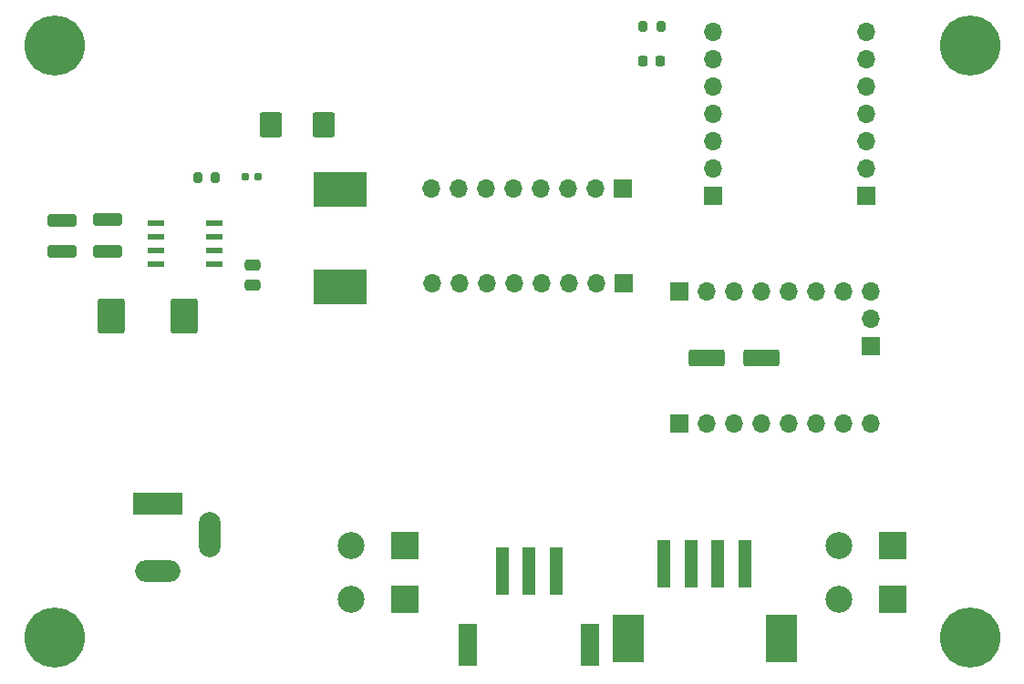
<source format=gbr>
%TF.GenerationSoftware,KiCad,Pcbnew,8.0.3*%
%TF.CreationDate,2024-07-18T14:58:56-04:00*%
%TF.ProjectId,Drop_Gen_PCB,44726f70-5f47-4656-9e5f-5043422e6b69,rev?*%
%TF.SameCoordinates,Original*%
%TF.FileFunction,Soldermask,Top*%
%TF.FilePolarity,Negative*%
%FSLAX46Y46*%
G04 Gerber Fmt 4.6, Leading zero omitted, Abs format (unit mm)*
G04 Created by KiCad (PCBNEW 8.0.3) date 2024-07-18 14:58:56*
%MOMM*%
%LPD*%
G01*
G04 APERTURE LIST*
G04 Aperture macros list*
%AMRoundRect*
0 Rectangle with rounded corners*
0 $1 Rounding radius*
0 $2 $3 $4 $5 $6 $7 $8 $9 X,Y pos of 4 corners*
0 Add a 4 corners polygon primitive as box body*
4,1,4,$2,$3,$4,$5,$6,$7,$8,$9,$2,$3,0*
0 Add four circle primitives for the rounded corners*
1,1,$1+$1,$2,$3*
1,1,$1+$1,$4,$5*
1,1,$1+$1,$6,$7*
1,1,$1+$1,$8,$9*
0 Add four rect primitives between the rounded corners*
20,1,$1+$1,$2,$3,$4,$5,0*
20,1,$1+$1,$4,$5,$6,$7,0*
20,1,$1+$1,$6,$7,$8,$9,0*
20,1,$1+$1,$8,$9,$2,$3,0*%
G04 Aperture macros list end*
%ADD10C,5.600000*%
%ADD11RoundRect,0.200000X0.200000X0.275000X-0.200000X0.275000X-0.200000X-0.275000X0.200000X-0.275000X0*%
%ADD12RoundRect,0.218750X0.218750X0.256250X-0.218750X0.256250X-0.218750X-0.256250X0.218750X-0.256250X0*%
%ADD13O,1.700000X1.700000*%
%ADD14R,1.700000X1.700000*%
%ADD15RoundRect,0.250000X0.475000X-0.250000X0.475000X0.250000X-0.475000X0.250000X-0.475000X-0.250000X0*%
%ADD16R,2.500000X2.500000*%
%ADD17C,2.500000*%
%ADD18RoundRect,0.250000X0.787500X0.925000X-0.787500X0.925000X-0.787500X-0.925000X0.787500X-0.925000X0*%
%ADD19R,1.300000X4.500000*%
%ADD20R,3.000000X4.500000*%
%ADD21RoundRect,0.250000X-1.100000X0.325000X-1.100000X-0.325000X1.100000X-0.325000X1.100000X0.325000X0*%
%ADD22R,4.600000X2.000000*%
%ADD23O,4.200000X2.000000*%
%ADD24O,2.000000X4.200000*%
%ADD25RoundRect,0.160000X0.197500X0.160000X-0.197500X0.160000X-0.197500X-0.160000X0.197500X-0.160000X0*%
%ADD26RoundRect,0.250000X1.000000X-1.400000X1.000000X1.400000X-1.000000X1.400000X-1.000000X-1.400000X0*%
%ADD27RoundRect,0.250000X1.412500X0.550000X-1.412500X0.550000X-1.412500X-0.550000X1.412500X-0.550000X0*%
%ADD28R,4.950000X3.175000*%
%ADD29R,1.800000X3.900000*%
%ADD30R,1.550000X0.600000*%
G04 APERTURE END LIST*
D10*
%TO.C,H4*%
X148144200Y-152583000D03*
%TD*%
%TO.C,H3*%
X63144200Y-152583000D03*
%TD*%
%TO.C,H2*%
X63144200Y-97583000D03*
%TD*%
%TO.C,H1*%
X148144200Y-97583000D03*
%TD*%
D11*
%TO.C,R3*%
X117800000Y-95800000D03*
X119450000Y-95800000D03*
%TD*%
D12*
%TO.C,D2*%
X119372500Y-99000000D03*
X117797500Y-99000000D03*
%TD*%
D13*
%TO.C,U1*%
X124311000Y-96294800D03*
X124311000Y-98834800D03*
X124311000Y-101374800D03*
X124311000Y-103914800D03*
X124311000Y-106454800D03*
X124311000Y-108994800D03*
D14*
X124311000Y-111534800D03*
X138535000Y-111534800D03*
D13*
X138535000Y-108994800D03*
X138535000Y-106454800D03*
X138535000Y-103914800D03*
X138535000Y-101374800D03*
X138535000Y-98834800D03*
X138535000Y-96294800D03*
%TD*%
D14*
%TO.C,U2*%
X121172400Y-132642100D03*
D13*
X123712400Y-132642100D03*
X126252400Y-132642100D03*
X128792400Y-132642100D03*
X131332400Y-132642100D03*
X133872400Y-132642100D03*
X136412400Y-132642100D03*
X138952400Y-132642100D03*
D14*
X138931200Y-125526700D03*
D13*
X138931200Y-122986700D03*
X138930400Y-120395900D03*
X136390400Y-120395900D03*
X133850400Y-120395900D03*
X131310400Y-120395900D03*
X128770400Y-120395900D03*
X126230400Y-120395900D03*
X123690400Y-120395900D03*
D14*
X121150400Y-120395900D03*
%TD*%
D15*
%TO.C,C3*%
X81508600Y-119812100D03*
X81508600Y-117912100D03*
%TD*%
D16*
%TO.C,J5*%
X95700000Y-149000000D03*
X95700000Y-144000000D03*
D17*
X90700000Y-149000000D03*
X90700000Y-144000000D03*
%TD*%
D16*
%TO.C,J4*%
X141000000Y-149000000D03*
X141000000Y-144000000D03*
D17*
X136000000Y-149000000D03*
X136000000Y-144000000D03*
%TD*%
D18*
%TO.C,C2*%
X88136700Y-104954600D03*
X83211700Y-104954600D03*
%TD*%
D19*
%TO.C,J2*%
X119750000Y-145687200D03*
X122250000Y-145687200D03*
X124750000Y-145687200D03*
X127250000Y-145687200D03*
D20*
X130600000Y-152687200D03*
X116400000Y-152687200D03*
%TD*%
D21*
%TO.C,C5*%
X63855600Y-113766600D03*
X63855600Y-116716600D03*
%TD*%
D22*
%TO.C,J3*%
X72730600Y-140131800D03*
D23*
X72730600Y-146431800D03*
D24*
X77530600Y-143031800D03*
%TD*%
D25*
%TO.C,R1*%
X82029900Y-109780600D03*
X80834900Y-109780600D03*
%TD*%
D26*
%TO.C,D1*%
X68380400Y-122707400D03*
X75180400Y-122707400D03*
%TD*%
D11*
%TO.C,R2*%
X78091800Y-109806000D03*
X76441800Y-109806000D03*
%TD*%
D13*
%TO.C,U3*%
X98187200Y-119617800D03*
X100727200Y-119617800D03*
X103267200Y-119617800D03*
X105807200Y-119617800D03*
X108347200Y-119617800D03*
X110887200Y-119617800D03*
X113427200Y-119617800D03*
D14*
X115967200Y-119617800D03*
X115925600Y-110820200D03*
D13*
X113385600Y-110820200D03*
X110845600Y-110820200D03*
X108305600Y-110820200D03*
X105765600Y-110820200D03*
X103225600Y-110820200D03*
X100685600Y-110820200D03*
X98145600Y-110820200D03*
%TD*%
D27*
%TO.C,C1*%
X128775000Y-126600000D03*
X123700000Y-126600000D03*
%TD*%
D21*
%TO.C,C4*%
X68100000Y-113725000D03*
X68100000Y-116675000D03*
%TD*%
D28*
%TO.C,L1*%
X89687400Y-119966000D03*
X89687400Y-110951000D03*
%TD*%
D19*
%TO.C,J1*%
X104700000Y-146400000D03*
X107200000Y-146400000D03*
X109700000Y-146400000D03*
D29*
X101500000Y-153220000D03*
X112900000Y-153220000D03*
%TD*%
D30*
%TO.C,U4*%
X77985600Y-117846100D03*
X77985600Y-116576100D03*
X77985600Y-115306100D03*
X77985600Y-114036100D03*
X72585600Y-114036100D03*
X72585600Y-115306100D03*
X72585600Y-116576100D03*
X72585600Y-117846100D03*
%TD*%
M02*

</source>
